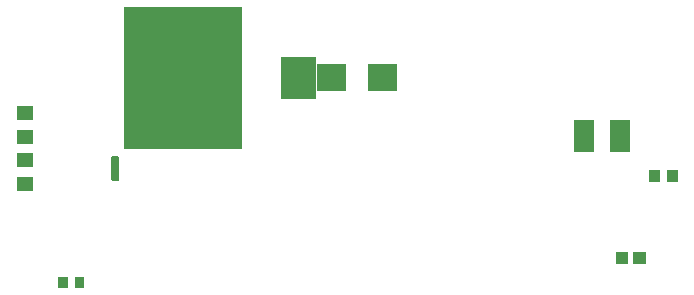
<source format=gbr>
%TF.GenerationSoftware,Flux,Pcbnew,9.0.4-9.0.4-0~ubuntu22.04.1*%
%TF.CreationDate,2025-10-04T22:26:04+00:00*%
%TF.ProjectId,input,696e7075-742e-46b6-9963-61645f706362,rev?*%
%TF.SameCoordinates,Original*%
%TF.FileFunction,Paste,Top*%
%TF.FilePolarity,Positive*%
%FSLAX46Y46*%
G04 Gerber Fmt 4.6, Leading zero omitted, Abs format (unit mm)*
G04 Filename: opposite-black-robot-vacuum*
G04 Build it with Flux! Visit our site at: https://www.flux.ai (PCBNEW 9.0.4-9.0.4-0~ubuntu22.04.1) date 2025-10-04 22:26:04*
%MOMM*%
%LPD*%
G01*
G04 APERTURE LIST*
%ADD10C,0.000000*%
G04 APERTURE END LIST*
D10*
%TO.C,*%
G36*
X-14059078Y5230018D02*
G01*
X-24059078Y5229982D01*
X-24059122Y17229982D01*
X-14059122Y17230018D01*
X-14059078Y5230018D01*
G37*
G36*
X-7759094Y9480006D02*
G01*
X-10759094Y9479994D01*
X-10759106Y12979994D01*
X-7759106Y12980006D01*
X-7759094Y9480006D01*
G37*
G36*
X18758000Y4983900D02*
G01*
X17128000Y4983900D01*
X17128000Y7683900D01*
X18758000Y7683900D01*
X18758000Y4983900D01*
G37*
G36*
X15718000Y4983900D02*
G01*
X14088000Y4983900D01*
X14088000Y7683900D01*
X15718000Y7683900D01*
X15718000Y4983900D01*
G37*
G36*
X-28794600Y-6558600D02*
G01*
X-29594600Y-6558600D01*
X-29594600Y-5658600D01*
X-28794600Y-5658600D01*
X-28794600Y-6558600D01*
G37*
G36*
X-27394600Y-6558600D02*
G01*
X-28194600Y-6558600D01*
X-28194600Y-5658600D01*
X-27394600Y-5658600D01*
X-27394600Y-6558600D01*
G37*
G36*
X18641900Y-4524900D02*
G01*
X17601900Y-4524900D01*
X17601900Y-3504900D01*
X18641900Y-3504900D01*
X18641900Y-4524900D01*
G37*
G36*
X20111900Y-4524900D02*
G01*
X19071900Y-4524900D01*
X19071900Y-3504900D01*
X20111900Y-3504900D01*
X20111900Y-4524900D01*
G37*
G36*
X21292400Y2432600D02*
G01*
X20432400Y2432600D01*
X20432400Y3412600D01*
X21292400Y3412600D01*
X21292400Y2432600D01*
G37*
G36*
X22822400Y2432600D02*
G01*
X21962400Y2432600D01*
X21962400Y3412600D01*
X22822400Y3412600D01*
X22822400Y2432600D01*
G37*
G36*
X-5210300Y10083300D02*
G01*
X-7710300Y10083300D01*
X-7710300Y12383300D01*
X-5210300Y12383300D01*
X-5210300Y10083300D01*
G37*
G36*
X-910300Y10083300D02*
G01*
X-3410300Y10083300D01*
X-3410300Y12383300D01*
X-910300Y12383300D01*
X-910300Y10083300D01*
G37*
G36*
X-31848764Y8853044D02*
G01*
X-31845333Y8852875D01*
X-31841908Y8852594D01*
X-31838495Y8852202D01*
X-31835096Y8851698D01*
X-31831716Y8851082D01*
X-31828357Y8850357D01*
X-31825024Y8849522D01*
X-31821720Y8848579D01*
X-31818449Y8847528D01*
X-31815214Y8846370D01*
X-31812018Y8845107D01*
X-31808866Y8843741D01*
X-31805760Y8842272D01*
X-31802703Y8840702D01*
X-31799700Y8839033D01*
X-31796753Y8837266D01*
X-31793865Y8835404D01*
X-31791040Y8833449D01*
X-31788280Y8831402D01*
X-31785589Y8829266D01*
X-31782969Y8827043D01*
X-31780423Y8824736D01*
X-31777954Y8822346D01*
X-31775564Y8819877D01*
X-31773257Y8817331D01*
X-31771034Y8814711D01*
X-31768898Y8812020D01*
X-31766851Y8809260D01*
X-31764896Y8806435D01*
X-31763034Y8803547D01*
X-31761267Y8800600D01*
X-31759598Y8797597D01*
X-31758028Y8794540D01*
X-31756559Y8791434D01*
X-31755193Y8788282D01*
X-31753930Y8785086D01*
X-31752772Y8781851D01*
X-31751721Y8778580D01*
X-31750778Y8775276D01*
X-31749943Y8771943D01*
X-31749218Y8768584D01*
X-31748602Y8765204D01*
X-31748098Y8761805D01*
X-31747706Y8758392D01*
X-31747425Y8754967D01*
X-31747256Y8751536D01*
X-31747200Y8748100D01*
X-31747200Y7758100D01*
X-31747256Y7754664D01*
X-31747425Y7751233D01*
X-31747706Y7747808D01*
X-31748098Y7744395D01*
X-31748602Y7740996D01*
X-31749218Y7737616D01*
X-31749943Y7734257D01*
X-31750778Y7730924D01*
X-31751721Y7727620D01*
X-31752772Y7724349D01*
X-31753930Y7721114D01*
X-31755193Y7717918D01*
X-31756559Y7714766D01*
X-31758028Y7711660D01*
X-31759598Y7708603D01*
X-31761267Y7705600D01*
X-31763034Y7702653D01*
X-31764896Y7699765D01*
X-31766851Y7696940D01*
X-31768898Y7694180D01*
X-31771034Y7691489D01*
X-31773257Y7688869D01*
X-31775564Y7686323D01*
X-31777954Y7683854D01*
X-31780423Y7681464D01*
X-31782969Y7679157D01*
X-31785589Y7676934D01*
X-31788280Y7674798D01*
X-31791040Y7672751D01*
X-31793865Y7670796D01*
X-31796753Y7668934D01*
X-31799700Y7667167D01*
X-31802703Y7665498D01*
X-31805760Y7663928D01*
X-31808866Y7662459D01*
X-31812018Y7661093D01*
X-31815214Y7659830D01*
X-31818449Y7658672D01*
X-31821720Y7657621D01*
X-31825024Y7656678D01*
X-31828357Y7655843D01*
X-31831716Y7655118D01*
X-31835096Y7654502D01*
X-31838495Y7653998D01*
X-31841908Y7653606D01*
X-31845333Y7653325D01*
X-31848764Y7653156D01*
X-31852200Y7653100D01*
X-33042200Y7653100D01*
X-33045636Y7653156D01*
X-33049067Y7653325D01*
X-33052492Y7653606D01*
X-33055905Y7653998D01*
X-33059304Y7654502D01*
X-33062684Y7655118D01*
X-33066043Y7655843D01*
X-33069376Y7656678D01*
X-33072680Y7657621D01*
X-33075951Y7658672D01*
X-33079186Y7659830D01*
X-33082382Y7661093D01*
X-33085534Y7662459D01*
X-33088640Y7663928D01*
X-33091697Y7665498D01*
X-33094700Y7667167D01*
X-33097647Y7668934D01*
X-33100535Y7670796D01*
X-33103360Y7672751D01*
X-33106120Y7674798D01*
X-33108811Y7676934D01*
X-33111431Y7679157D01*
X-33113977Y7681464D01*
X-33116446Y7683854D01*
X-33118836Y7686323D01*
X-33121143Y7688869D01*
X-33123366Y7691489D01*
X-33125502Y7694180D01*
X-33127549Y7696940D01*
X-33129504Y7699765D01*
X-33131366Y7702653D01*
X-33133133Y7705600D01*
X-33134802Y7708603D01*
X-33136372Y7711660D01*
X-33137841Y7714766D01*
X-33139207Y7717918D01*
X-33140470Y7721114D01*
X-33141628Y7724349D01*
X-33142679Y7727620D01*
X-33143622Y7730924D01*
X-33144457Y7734257D01*
X-33145182Y7737616D01*
X-33145798Y7740996D01*
X-33146302Y7744395D01*
X-33146694Y7747808D01*
X-33146975Y7751233D01*
X-33147144Y7754664D01*
X-33147200Y7758100D01*
X-33147200Y8748100D01*
X-33147144Y8751536D01*
X-33146975Y8754967D01*
X-33146694Y8758392D01*
X-33146302Y8761805D01*
X-33145798Y8765204D01*
X-33145182Y8768584D01*
X-33144457Y8771943D01*
X-33143622Y8775276D01*
X-33142679Y8778580D01*
X-33141628Y8781851D01*
X-33140470Y8785086D01*
X-33139207Y8788282D01*
X-33137841Y8791434D01*
X-33136372Y8794540D01*
X-33134802Y8797597D01*
X-33133133Y8800600D01*
X-33131366Y8803547D01*
X-33129504Y8806435D01*
X-33127549Y8809260D01*
X-33125502Y8812020D01*
X-33123366Y8814711D01*
X-33121143Y8817331D01*
X-33118836Y8819877D01*
X-33116446Y8822346D01*
X-33113977Y8824736D01*
X-33111431Y8827043D01*
X-33108811Y8829266D01*
X-33106120Y8831402D01*
X-33103360Y8833449D01*
X-33100535Y8835404D01*
X-33097647Y8837266D01*
X-33094700Y8839033D01*
X-33091697Y8840702D01*
X-33088640Y8842272D01*
X-33085534Y8843741D01*
X-33082382Y8845107D01*
X-33079186Y8846370D01*
X-33075951Y8847528D01*
X-33072680Y8848579D01*
X-33069376Y8849522D01*
X-33066043Y8850357D01*
X-33062684Y8851082D01*
X-33059304Y8851698D01*
X-33055905Y8852202D01*
X-33052492Y8852594D01*
X-33049067Y8852875D01*
X-33045636Y8853044D01*
X-33042200Y8853100D01*
X-31852200Y8853100D01*
X-31848764Y8853044D01*
G37*
G36*
X-31848764Y6853044D02*
G01*
X-31845333Y6852875D01*
X-31841908Y6852594D01*
X-31838495Y6852202D01*
X-31835096Y6851698D01*
X-31831716Y6851082D01*
X-31828357Y6850357D01*
X-31825024Y6849522D01*
X-31821720Y6848579D01*
X-31818449Y6847528D01*
X-31815214Y6846370D01*
X-31812018Y6845107D01*
X-31808866Y6843741D01*
X-31805760Y6842272D01*
X-31802703Y6840702D01*
X-31799700Y6839033D01*
X-31796753Y6837266D01*
X-31793865Y6835404D01*
X-31791040Y6833449D01*
X-31788280Y6831402D01*
X-31785589Y6829266D01*
X-31782969Y6827043D01*
X-31780423Y6824736D01*
X-31777954Y6822346D01*
X-31775564Y6819877D01*
X-31773257Y6817331D01*
X-31771034Y6814711D01*
X-31768898Y6812020D01*
X-31766851Y6809260D01*
X-31764896Y6806435D01*
X-31763034Y6803547D01*
X-31761267Y6800600D01*
X-31759598Y6797597D01*
X-31758028Y6794540D01*
X-31756559Y6791434D01*
X-31755193Y6788282D01*
X-31753930Y6785086D01*
X-31752772Y6781851D01*
X-31751721Y6778580D01*
X-31750778Y6775276D01*
X-31749943Y6771943D01*
X-31749218Y6768584D01*
X-31748602Y6765204D01*
X-31748098Y6761805D01*
X-31747706Y6758392D01*
X-31747425Y6754967D01*
X-31747256Y6751536D01*
X-31747200Y6748100D01*
X-31747200Y5758100D01*
X-31747256Y5754664D01*
X-31747425Y5751233D01*
X-31747706Y5747808D01*
X-31748098Y5744395D01*
X-31748602Y5740996D01*
X-31749218Y5737616D01*
X-31749943Y5734257D01*
X-31750778Y5730924D01*
X-31751721Y5727620D01*
X-31752772Y5724349D01*
X-31753930Y5721114D01*
X-31755193Y5717918D01*
X-31756559Y5714766D01*
X-31758028Y5711660D01*
X-31759598Y5708603D01*
X-31761267Y5705600D01*
X-31763034Y5702653D01*
X-31764896Y5699765D01*
X-31766851Y5696940D01*
X-31768898Y5694180D01*
X-31771034Y5691489D01*
X-31773257Y5688869D01*
X-31775564Y5686323D01*
X-31777954Y5683854D01*
X-31780423Y5681464D01*
X-31782969Y5679157D01*
X-31785589Y5676934D01*
X-31788280Y5674798D01*
X-31791040Y5672751D01*
X-31793865Y5670796D01*
X-31796753Y5668934D01*
X-31799700Y5667167D01*
X-31802703Y5665498D01*
X-31805760Y5663928D01*
X-31808866Y5662459D01*
X-31812018Y5661093D01*
X-31815214Y5659830D01*
X-31818449Y5658672D01*
X-31821720Y5657621D01*
X-31825024Y5656678D01*
X-31828357Y5655843D01*
X-31831716Y5655118D01*
X-31835096Y5654502D01*
X-31838495Y5653998D01*
X-31841908Y5653606D01*
X-31845333Y5653325D01*
X-31848764Y5653156D01*
X-31852200Y5653100D01*
X-33042200Y5653100D01*
X-33045636Y5653156D01*
X-33049067Y5653325D01*
X-33052492Y5653606D01*
X-33055905Y5653998D01*
X-33059304Y5654502D01*
X-33062684Y5655118D01*
X-33066043Y5655843D01*
X-33069376Y5656678D01*
X-33072680Y5657621D01*
X-33075951Y5658672D01*
X-33079186Y5659830D01*
X-33082382Y5661093D01*
X-33085534Y5662459D01*
X-33088640Y5663928D01*
X-33091697Y5665498D01*
X-33094700Y5667167D01*
X-33097647Y5668934D01*
X-33100535Y5670796D01*
X-33103360Y5672751D01*
X-33106120Y5674798D01*
X-33108811Y5676934D01*
X-33111431Y5679157D01*
X-33113977Y5681464D01*
X-33116446Y5683854D01*
X-33118836Y5686323D01*
X-33121143Y5688869D01*
X-33123366Y5691489D01*
X-33125502Y5694180D01*
X-33127549Y5696940D01*
X-33129504Y5699765D01*
X-33131366Y5702653D01*
X-33133133Y5705600D01*
X-33134802Y5708603D01*
X-33136372Y5711660D01*
X-33137841Y5714766D01*
X-33139207Y5717918D01*
X-33140470Y5721114D01*
X-33141628Y5724349D01*
X-33142679Y5727620D01*
X-33143622Y5730924D01*
X-33144457Y5734257D01*
X-33145182Y5737616D01*
X-33145798Y5740996D01*
X-33146302Y5744395D01*
X-33146694Y5747808D01*
X-33146975Y5751233D01*
X-33147144Y5754664D01*
X-33147200Y5758100D01*
X-33147200Y6748100D01*
X-33147144Y6751536D01*
X-33146975Y6754967D01*
X-33146694Y6758392D01*
X-33146302Y6761805D01*
X-33145798Y6765204D01*
X-33145182Y6768584D01*
X-33144457Y6771943D01*
X-33143622Y6775276D01*
X-33142679Y6778580D01*
X-33141628Y6781851D01*
X-33140470Y6785086D01*
X-33139207Y6788282D01*
X-33137841Y6791434D01*
X-33136372Y6794540D01*
X-33134802Y6797597D01*
X-33133133Y6800600D01*
X-33131366Y6803547D01*
X-33129504Y6806435D01*
X-33127549Y6809260D01*
X-33125502Y6812020D01*
X-33123366Y6814711D01*
X-33121143Y6817331D01*
X-33118836Y6819877D01*
X-33116446Y6822346D01*
X-33113977Y6824736D01*
X-33111431Y6827043D01*
X-33108811Y6829266D01*
X-33106120Y6831402D01*
X-33103360Y6833449D01*
X-33100535Y6835404D01*
X-33097647Y6837266D01*
X-33094700Y6839033D01*
X-33091697Y6840702D01*
X-33088640Y6842272D01*
X-33085534Y6843741D01*
X-33082382Y6845107D01*
X-33079186Y6846370D01*
X-33075951Y6847528D01*
X-33072680Y6848579D01*
X-33069376Y6849522D01*
X-33066043Y6850357D01*
X-33062684Y6851082D01*
X-33059304Y6851698D01*
X-33055905Y6852202D01*
X-33052492Y6852594D01*
X-33049067Y6852875D01*
X-33045636Y6853044D01*
X-33042200Y6853100D01*
X-31852200Y6853100D01*
X-31848764Y6853044D01*
G37*
G36*
X-31848764Y4853044D02*
G01*
X-31845333Y4852875D01*
X-31841908Y4852594D01*
X-31838495Y4852202D01*
X-31835096Y4851698D01*
X-31831716Y4851082D01*
X-31828357Y4850357D01*
X-31825024Y4849522D01*
X-31821720Y4848579D01*
X-31818449Y4847528D01*
X-31815214Y4846370D01*
X-31812018Y4845107D01*
X-31808866Y4843741D01*
X-31805760Y4842272D01*
X-31802703Y4840702D01*
X-31799700Y4839033D01*
X-31796753Y4837266D01*
X-31793865Y4835404D01*
X-31791040Y4833449D01*
X-31788280Y4831402D01*
X-31785589Y4829266D01*
X-31782969Y4827043D01*
X-31780423Y4824736D01*
X-31777954Y4822346D01*
X-31775564Y4819877D01*
X-31773257Y4817331D01*
X-31771034Y4814711D01*
X-31768898Y4812020D01*
X-31766851Y4809260D01*
X-31764896Y4806435D01*
X-31763034Y4803547D01*
X-31761267Y4800600D01*
X-31759598Y4797597D01*
X-31758028Y4794540D01*
X-31756559Y4791434D01*
X-31755193Y4788282D01*
X-31753930Y4785086D01*
X-31752772Y4781851D01*
X-31751721Y4778580D01*
X-31750778Y4775276D01*
X-31749943Y4771943D01*
X-31749218Y4768584D01*
X-31748602Y4765204D01*
X-31748098Y4761805D01*
X-31747706Y4758392D01*
X-31747425Y4754967D01*
X-31747256Y4751536D01*
X-31747200Y4748100D01*
X-31747200Y3758100D01*
X-31747256Y3754664D01*
X-31747425Y3751233D01*
X-31747706Y3747808D01*
X-31748098Y3744395D01*
X-31748602Y3740996D01*
X-31749218Y3737616D01*
X-31749943Y3734257D01*
X-31750778Y3730924D01*
X-31751721Y3727620D01*
X-31752772Y3724349D01*
X-31753930Y3721114D01*
X-31755193Y3717918D01*
X-31756559Y3714766D01*
X-31758028Y3711660D01*
X-31759598Y3708603D01*
X-31761267Y3705600D01*
X-31763034Y3702653D01*
X-31764896Y3699765D01*
X-31766851Y3696940D01*
X-31768898Y3694180D01*
X-31771034Y3691489D01*
X-31773257Y3688869D01*
X-31775564Y3686323D01*
X-31777954Y3683854D01*
X-31780423Y3681464D01*
X-31782969Y3679157D01*
X-31785589Y3676934D01*
X-31788280Y3674798D01*
X-31791040Y3672751D01*
X-31793865Y3670796D01*
X-31796753Y3668934D01*
X-31799700Y3667167D01*
X-31802703Y3665498D01*
X-31805760Y3663928D01*
X-31808866Y3662459D01*
X-31812018Y3661093D01*
X-31815214Y3659830D01*
X-31818449Y3658672D01*
X-31821720Y3657621D01*
X-31825024Y3656678D01*
X-31828357Y3655843D01*
X-31831716Y3655118D01*
X-31835096Y3654502D01*
X-31838495Y3653998D01*
X-31841908Y3653606D01*
X-31845333Y3653325D01*
X-31848764Y3653156D01*
X-31852200Y3653100D01*
X-33042200Y3653100D01*
X-33045636Y3653156D01*
X-33049067Y3653325D01*
X-33052492Y3653606D01*
X-33055905Y3653998D01*
X-33059304Y3654502D01*
X-33062684Y3655118D01*
X-33066043Y3655843D01*
X-33069376Y3656678D01*
X-33072680Y3657621D01*
X-33075951Y3658672D01*
X-33079186Y3659830D01*
X-33082382Y3661093D01*
X-33085534Y3662459D01*
X-33088640Y3663928D01*
X-33091697Y3665498D01*
X-33094700Y3667167D01*
X-33097647Y3668934D01*
X-33100535Y3670796D01*
X-33103360Y3672751D01*
X-33106120Y3674798D01*
X-33108811Y3676934D01*
X-33111431Y3679157D01*
X-33113977Y3681464D01*
X-33116446Y3683854D01*
X-33118836Y3686323D01*
X-33121143Y3688869D01*
X-33123366Y3691489D01*
X-33125502Y3694180D01*
X-33127549Y3696940D01*
X-33129504Y3699765D01*
X-33131366Y3702653D01*
X-33133133Y3705600D01*
X-33134802Y3708603D01*
X-33136372Y3711660D01*
X-33137841Y3714766D01*
X-33139207Y3717918D01*
X-33140470Y3721114D01*
X-33141628Y3724349D01*
X-33142679Y3727620D01*
X-33143622Y3730924D01*
X-33144457Y3734257D01*
X-33145182Y3737616D01*
X-33145798Y3740996D01*
X-33146302Y3744395D01*
X-33146694Y3747808D01*
X-33146975Y3751233D01*
X-33147144Y3754664D01*
X-33147200Y3758100D01*
X-33147200Y4748100D01*
X-33147144Y4751536D01*
X-33146975Y4754967D01*
X-33146694Y4758392D01*
X-33146302Y4761805D01*
X-33145798Y4765204D01*
X-33145182Y4768584D01*
X-33144457Y4771943D01*
X-33143622Y4775276D01*
X-33142679Y4778580D01*
X-33141628Y4781851D01*
X-33140470Y4785086D01*
X-33139207Y4788282D01*
X-33137841Y4791434D01*
X-33136372Y4794540D01*
X-33134802Y4797597D01*
X-33133133Y4800600D01*
X-33131366Y4803547D01*
X-33129504Y4806435D01*
X-33127549Y4809260D01*
X-33125502Y4812020D01*
X-33123366Y4814711D01*
X-33121143Y4817331D01*
X-33118836Y4819877D01*
X-33116446Y4822346D01*
X-33113977Y4824736D01*
X-33111431Y4827043D01*
X-33108811Y4829266D01*
X-33106120Y4831402D01*
X-33103360Y4833449D01*
X-33100535Y4835404D01*
X-33097647Y4837266D01*
X-33094700Y4839033D01*
X-33091697Y4840702D01*
X-33088640Y4842272D01*
X-33085534Y4843741D01*
X-33082382Y4845107D01*
X-33079186Y4846370D01*
X-33075951Y4847528D01*
X-33072680Y4848579D01*
X-33069376Y4849522D01*
X-33066043Y4850357D01*
X-33062684Y4851082D01*
X-33059304Y4851698D01*
X-33055905Y4852202D01*
X-33052492Y4852594D01*
X-33049067Y4852875D01*
X-33045636Y4853044D01*
X-33042200Y4853100D01*
X-31852200Y4853100D01*
X-31848764Y4853044D01*
G37*
G36*
X-31848764Y2853044D02*
G01*
X-31845333Y2852875D01*
X-31841908Y2852594D01*
X-31838495Y2852202D01*
X-31835096Y2851698D01*
X-31831716Y2851082D01*
X-31828357Y2850357D01*
X-31825024Y2849522D01*
X-31821720Y2848579D01*
X-31818449Y2847528D01*
X-31815214Y2846370D01*
X-31812018Y2845107D01*
X-31808866Y2843741D01*
X-31805760Y2842272D01*
X-31802703Y2840702D01*
X-31799700Y2839033D01*
X-31796753Y2837266D01*
X-31793865Y2835404D01*
X-31791040Y2833449D01*
X-31788280Y2831402D01*
X-31785589Y2829266D01*
X-31782969Y2827043D01*
X-31780423Y2824736D01*
X-31777954Y2822346D01*
X-31775564Y2819877D01*
X-31773257Y2817331D01*
X-31771034Y2814711D01*
X-31768898Y2812020D01*
X-31766851Y2809260D01*
X-31764896Y2806435D01*
X-31763034Y2803547D01*
X-31761267Y2800600D01*
X-31759598Y2797597D01*
X-31758028Y2794540D01*
X-31756559Y2791434D01*
X-31755193Y2788282D01*
X-31753930Y2785086D01*
X-31752772Y2781851D01*
X-31751721Y2778580D01*
X-31750778Y2775276D01*
X-31749943Y2771943D01*
X-31749218Y2768584D01*
X-31748602Y2765204D01*
X-31748098Y2761805D01*
X-31747706Y2758392D01*
X-31747425Y2754967D01*
X-31747256Y2751536D01*
X-31747200Y2748100D01*
X-31747200Y1758100D01*
X-31747256Y1754664D01*
X-31747425Y1751233D01*
X-31747706Y1747808D01*
X-31748098Y1744395D01*
X-31748602Y1740996D01*
X-31749218Y1737616D01*
X-31749943Y1734257D01*
X-31750778Y1730924D01*
X-31751721Y1727620D01*
X-31752772Y1724349D01*
X-31753930Y1721114D01*
X-31755193Y1717918D01*
X-31756559Y1714766D01*
X-31758028Y1711660D01*
X-31759598Y1708603D01*
X-31761267Y1705600D01*
X-31763034Y1702653D01*
X-31764896Y1699765D01*
X-31766851Y1696940D01*
X-31768898Y1694180D01*
X-31771034Y1691489D01*
X-31773257Y1688869D01*
X-31775564Y1686323D01*
X-31777954Y1683854D01*
X-31780423Y1681464D01*
X-31782969Y1679157D01*
X-31785589Y1676934D01*
X-31788280Y1674798D01*
X-31791040Y1672751D01*
X-31793865Y1670796D01*
X-31796753Y1668934D01*
X-31799700Y1667167D01*
X-31802703Y1665498D01*
X-31805760Y1663928D01*
X-31808866Y1662459D01*
X-31812018Y1661093D01*
X-31815214Y1659830D01*
X-31818449Y1658672D01*
X-31821720Y1657621D01*
X-31825024Y1656678D01*
X-31828357Y1655843D01*
X-31831716Y1655118D01*
X-31835096Y1654502D01*
X-31838495Y1653998D01*
X-31841908Y1653606D01*
X-31845333Y1653325D01*
X-31848764Y1653156D01*
X-31852200Y1653100D01*
X-33042200Y1653100D01*
X-33045636Y1653156D01*
X-33049067Y1653325D01*
X-33052492Y1653606D01*
X-33055905Y1653998D01*
X-33059304Y1654502D01*
X-33062684Y1655118D01*
X-33066043Y1655843D01*
X-33069376Y1656678D01*
X-33072680Y1657621D01*
X-33075951Y1658672D01*
X-33079186Y1659830D01*
X-33082382Y1661093D01*
X-33085534Y1662459D01*
X-33088640Y1663928D01*
X-33091697Y1665498D01*
X-33094700Y1667167D01*
X-33097647Y1668934D01*
X-33100535Y1670796D01*
X-33103360Y1672751D01*
X-33106120Y1674798D01*
X-33108811Y1676934D01*
X-33111431Y1679157D01*
X-33113977Y1681464D01*
X-33116446Y1683854D01*
X-33118836Y1686323D01*
X-33121143Y1688869D01*
X-33123366Y1691489D01*
X-33125502Y1694180D01*
X-33127549Y1696940D01*
X-33129504Y1699765D01*
X-33131366Y1702653D01*
X-33133133Y1705600D01*
X-33134802Y1708603D01*
X-33136372Y1711660D01*
X-33137841Y1714766D01*
X-33139207Y1717918D01*
X-33140470Y1721114D01*
X-33141628Y1724349D01*
X-33142679Y1727620D01*
X-33143622Y1730924D01*
X-33144457Y1734257D01*
X-33145182Y1737616D01*
X-33145798Y1740996D01*
X-33146302Y1744395D01*
X-33146694Y1747808D01*
X-33146975Y1751233D01*
X-33147144Y1754664D01*
X-33147200Y1758100D01*
X-33147200Y2748100D01*
X-33147144Y2751536D01*
X-33146975Y2754967D01*
X-33146694Y2758392D01*
X-33146302Y2761805D01*
X-33145798Y2765204D01*
X-33145182Y2768584D01*
X-33144457Y2771943D01*
X-33143622Y2775276D01*
X-33142679Y2778580D01*
X-33141628Y2781851D01*
X-33140470Y2785086D01*
X-33139207Y2788282D01*
X-33137841Y2791434D01*
X-33136372Y2794540D01*
X-33134802Y2797597D01*
X-33133133Y2800600D01*
X-33131366Y2803547D01*
X-33129504Y2806435D01*
X-33127549Y2809260D01*
X-33125502Y2812020D01*
X-33123366Y2814711D01*
X-33121143Y2817331D01*
X-33118836Y2819877D01*
X-33116446Y2822346D01*
X-33113977Y2824736D01*
X-33111431Y2827043D01*
X-33108811Y2829266D01*
X-33106120Y2831402D01*
X-33103360Y2833449D01*
X-33100535Y2835404D01*
X-33097647Y2837266D01*
X-33094700Y2839033D01*
X-33091697Y2840702D01*
X-33088640Y2842272D01*
X-33085534Y2843741D01*
X-33082382Y2845107D01*
X-33079186Y2846370D01*
X-33075951Y2847528D01*
X-33072680Y2848579D01*
X-33069376Y2849522D01*
X-33066043Y2850357D01*
X-33062684Y2851082D01*
X-33059304Y2851698D01*
X-33055905Y2852202D01*
X-33052492Y2852594D01*
X-33049067Y2852875D01*
X-33045636Y2853044D01*
X-33042200Y2853100D01*
X-31852200Y2853100D01*
X-31848764Y2853044D01*
G37*
G36*
X-24604547Y4603016D02*
G01*
X-24599399Y4602763D01*
X-24594262Y4602342D01*
X-24589142Y4601753D01*
X-24584044Y4600996D01*
X-24578973Y4600074D01*
X-24573935Y4598986D01*
X-24568936Y4597733D01*
X-24563980Y4596318D01*
X-24559073Y4594741D01*
X-24554221Y4593005D01*
X-24549427Y4591111D01*
X-24544699Y4589061D01*
X-24540040Y4586857D01*
X-24535455Y4584503D01*
X-24530950Y4581999D01*
X-24526529Y4579349D01*
X-24522198Y4576556D01*
X-24517960Y4573623D01*
X-24513820Y4570553D01*
X-24509783Y4567349D01*
X-24505853Y4564015D01*
X-24502034Y4560554D01*
X-24498331Y4556969D01*
X-24494746Y4553266D01*
X-24491285Y4549447D01*
X-24487951Y4545517D01*
X-24484747Y4541480D01*
X-24481677Y4537340D01*
X-24478744Y4533102D01*
X-24475951Y4528771D01*
X-24473301Y4524350D01*
X-24470797Y4519845D01*
X-24468443Y4515260D01*
X-24466239Y4510601D01*
X-24464189Y4505873D01*
X-24462295Y4501079D01*
X-24460559Y4496227D01*
X-24458982Y4491320D01*
X-24457567Y4486364D01*
X-24456314Y4481365D01*
X-24455226Y4476327D01*
X-24454304Y4471256D01*
X-24453547Y4466158D01*
X-24452958Y4461038D01*
X-24452537Y4455901D01*
X-24452284Y4450753D01*
X-24452200Y4445600D01*
X-24452200Y2660600D01*
X-24452284Y2655447D01*
X-24452537Y2650299D01*
X-24452958Y2645162D01*
X-24453547Y2640042D01*
X-24454304Y2634944D01*
X-24455226Y2629873D01*
X-24456314Y2624835D01*
X-24457567Y2619836D01*
X-24458982Y2614880D01*
X-24460559Y2609973D01*
X-24462295Y2605121D01*
X-24464189Y2600327D01*
X-24466239Y2595599D01*
X-24468443Y2590940D01*
X-24470797Y2586355D01*
X-24473301Y2581850D01*
X-24475951Y2577429D01*
X-24478744Y2573098D01*
X-24481677Y2568860D01*
X-24484747Y2564720D01*
X-24487951Y2560683D01*
X-24491285Y2556753D01*
X-24494746Y2552934D01*
X-24498331Y2549231D01*
X-24502034Y2545646D01*
X-24505853Y2542185D01*
X-24509783Y2538851D01*
X-24513820Y2535647D01*
X-24517960Y2532577D01*
X-24522198Y2529644D01*
X-24526529Y2526851D01*
X-24530950Y2524201D01*
X-24535455Y2521697D01*
X-24540040Y2519343D01*
X-24544699Y2517139D01*
X-24549427Y2515089D01*
X-24554221Y2513195D01*
X-24559073Y2511459D01*
X-24563980Y2509882D01*
X-24568936Y2508467D01*
X-24573935Y2507214D01*
X-24578973Y2506126D01*
X-24584044Y2505204D01*
X-24589142Y2504447D01*
X-24594262Y2503858D01*
X-24599399Y2503437D01*
X-24604547Y2503184D01*
X-24609700Y2503100D01*
X-24994700Y2503100D01*
X-24999853Y2503184D01*
X-25005001Y2503437D01*
X-25010138Y2503858D01*
X-25015258Y2504447D01*
X-25020356Y2505204D01*
X-25025427Y2506126D01*
X-25030465Y2507214D01*
X-25035464Y2508467D01*
X-25040420Y2509882D01*
X-25045327Y2511459D01*
X-25050179Y2513195D01*
X-25054973Y2515089D01*
X-25059701Y2517139D01*
X-25064360Y2519343D01*
X-25068945Y2521697D01*
X-25073450Y2524201D01*
X-25077871Y2526851D01*
X-25082202Y2529644D01*
X-25086440Y2532577D01*
X-25090580Y2535647D01*
X-25094617Y2538851D01*
X-25098547Y2542185D01*
X-25102366Y2545646D01*
X-25106069Y2549231D01*
X-25109654Y2552934D01*
X-25113115Y2556753D01*
X-25116449Y2560683D01*
X-25119653Y2564720D01*
X-25122723Y2568860D01*
X-25125656Y2573098D01*
X-25128449Y2577429D01*
X-25131099Y2581850D01*
X-25133603Y2586355D01*
X-25135957Y2590940D01*
X-25138161Y2595599D01*
X-25140211Y2600327D01*
X-25142105Y2605121D01*
X-25143841Y2609973D01*
X-25145418Y2614880D01*
X-25146833Y2619836D01*
X-25148086Y2624835D01*
X-25149174Y2629873D01*
X-25150096Y2634944D01*
X-25150853Y2640042D01*
X-25151442Y2645162D01*
X-25151863Y2650299D01*
X-25152116Y2655447D01*
X-25152200Y2660600D01*
X-25152200Y4445600D01*
X-25152116Y4450753D01*
X-25151863Y4455901D01*
X-25151442Y4461038D01*
X-25150853Y4466158D01*
X-25150096Y4471256D01*
X-25149174Y4476327D01*
X-25148086Y4481365D01*
X-25146833Y4486364D01*
X-25145418Y4491320D01*
X-25143841Y4496227D01*
X-25142105Y4501079D01*
X-25140211Y4505873D01*
X-25138161Y4510601D01*
X-25135957Y4515260D01*
X-25133603Y4519845D01*
X-25131099Y4524350D01*
X-25128449Y4528771D01*
X-25125656Y4533102D01*
X-25122723Y4537340D01*
X-25119653Y4541480D01*
X-25116449Y4545517D01*
X-25113115Y4549447D01*
X-25109654Y4553266D01*
X-25106069Y4556969D01*
X-25102366Y4560554D01*
X-25098547Y4564015D01*
X-25094617Y4567349D01*
X-25090580Y4570553D01*
X-25086440Y4573623D01*
X-25082202Y4576556D01*
X-25077871Y4579349D01*
X-25073450Y4581999D01*
X-25068945Y4584503D01*
X-25064360Y4586857D01*
X-25059701Y4589061D01*
X-25054973Y4591111D01*
X-25050179Y4593005D01*
X-25045327Y4594741D01*
X-25040420Y4596318D01*
X-25035464Y4597733D01*
X-25030465Y4598986D01*
X-25025427Y4600074D01*
X-25020356Y4600996D01*
X-25015258Y4601753D01*
X-25010138Y4602342D01*
X-25005001Y4602763D01*
X-24999853Y4603016D01*
X-24994700Y4603100D01*
X-24609700Y4603100D01*
X-24604547Y4603016D01*
G37*
%TD*%
M02*

</source>
